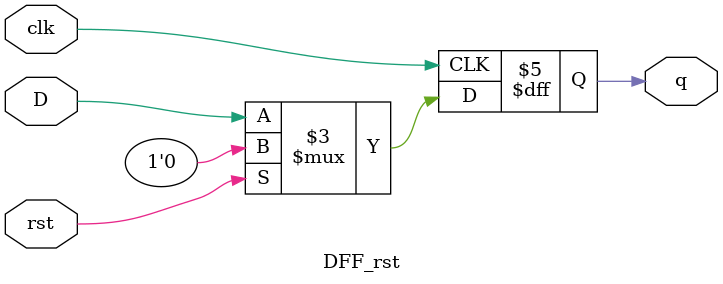
<source format=v>
module pCounter(adx_out, adx_in, clk, rst);
	input [31:0] adx_in;
	input clk, rst;
	output wire [31:0] adx_out;
	
	genvar i;
	
	generate 
		for (i = 0; i < 32; i = i + 1) begin : eachDFF
			DFF_rst mydff(adx_out[i], adx_in[i], clk, rst);
		end
	endgenerate
	
endmodule

module DFF_rst(q, D, clk, rst);
		input D, clk, rst;
		output reg q;

		always@ (posedge clk)
		begin
			if(rst)
				q <= 0;
			else
				q <= D;
		end
endmodule

</source>
